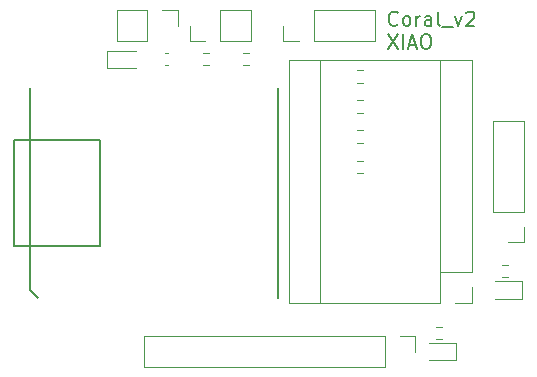
<source format=gbr>
%TF.GenerationSoftware,KiCad,Pcbnew,7.0.5*%
%TF.CreationDate,2023-07-11T15:00:58-04:00*%
%TF.ProjectId,StepperMotor_module_V2_XIAO_RP2040,53746570-7065-4724-9d6f-746f725f6d6f,rev?*%
%TF.SameCoordinates,Original*%
%TF.FileFunction,Legend,Top*%
%TF.FilePolarity,Positive*%
%FSLAX46Y46*%
G04 Gerber Fmt 4.6, Leading zero omitted, Abs format (unit mm)*
G04 Created by KiCad (PCBNEW 7.0.5) date 2023-07-11 15:00:58*
%MOMM*%
%LPD*%
G01*
G04 APERTURE LIST*
%ADD10C,0.200000*%
%ADD11C,0.120000*%
%ADD12C,0.127000*%
G04 APERTURE END LIST*
D10*
X153603006Y-59796457D02*
X153545863Y-59853600D01*
X153545863Y-59853600D02*
X153374435Y-59910742D01*
X153374435Y-59910742D02*
X153260149Y-59910742D01*
X153260149Y-59910742D02*
X153088720Y-59853600D01*
X153088720Y-59853600D02*
X152974435Y-59739314D01*
X152974435Y-59739314D02*
X152917292Y-59625028D01*
X152917292Y-59625028D02*
X152860149Y-59396457D01*
X152860149Y-59396457D02*
X152860149Y-59225028D01*
X152860149Y-59225028D02*
X152917292Y-58996457D01*
X152917292Y-58996457D02*
X152974435Y-58882171D01*
X152974435Y-58882171D02*
X153088720Y-58767885D01*
X153088720Y-58767885D02*
X153260149Y-58710742D01*
X153260149Y-58710742D02*
X153374435Y-58710742D01*
X153374435Y-58710742D02*
X153545863Y-58767885D01*
X153545863Y-58767885D02*
X153603006Y-58825028D01*
X154288720Y-59910742D02*
X154174435Y-59853600D01*
X154174435Y-59853600D02*
X154117292Y-59796457D01*
X154117292Y-59796457D02*
X154060149Y-59682171D01*
X154060149Y-59682171D02*
X154060149Y-59339314D01*
X154060149Y-59339314D02*
X154117292Y-59225028D01*
X154117292Y-59225028D02*
X154174435Y-59167885D01*
X154174435Y-59167885D02*
X154288720Y-59110742D01*
X154288720Y-59110742D02*
X154460149Y-59110742D01*
X154460149Y-59110742D02*
X154574435Y-59167885D01*
X154574435Y-59167885D02*
X154631578Y-59225028D01*
X154631578Y-59225028D02*
X154688720Y-59339314D01*
X154688720Y-59339314D02*
X154688720Y-59682171D01*
X154688720Y-59682171D02*
X154631578Y-59796457D01*
X154631578Y-59796457D02*
X154574435Y-59853600D01*
X154574435Y-59853600D02*
X154460149Y-59910742D01*
X154460149Y-59910742D02*
X154288720Y-59910742D01*
X155203006Y-59910742D02*
X155203006Y-59110742D01*
X155203006Y-59339314D02*
X155260149Y-59225028D01*
X155260149Y-59225028D02*
X155317292Y-59167885D01*
X155317292Y-59167885D02*
X155431577Y-59110742D01*
X155431577Y-59110742D02*
X155545863Y-59110742D01*
X156460149Y-59910742D02*
X156460149Y-59282171D01*
X156460149Y-59282171D02*
X156403006Y-59167885D01*
X156403006Y-59167885D02*
X156288720Y-59110742D01*
X156288720Y-59110742D02*
X156060149Y-59110742D01*
X156060149Y-59110742D02*
X155945863Y-59167885D01*
X156460149Y-59853600D02*
X156345863Y-59910742D01*
X156345863Y-59910742D02*
X156060149Y-59910742D01*
X156060149Y-59910742D02*
X155945863Y-59853600D01*
X155945863Y-59853600D02*
X155888720Y-59739314D01*
X155888720Y-59739314D02*
X155888720Y-59625028D01*
X155888720Y-59625028D02*
X155945863Y-59510742D01*
X155945863Y-59510742D02*
X156060149Y-59453600D01*
X156060149Y-59453600D02*
X156345863Y-59453600D01*
X156345863Y-59453600D02*
X156460149Y-59396457D01*
X157203005Y-59910742D02*
X157088720Y-59853600D01*
X157088720Y-59853600D02*
X157031577Y-59739314D01*
X157031577Y-59739314D02*
X157031577Y-58710742D01*
X157374434Y-60025028D02*
X158288719Y-60025028D01*
X158460148Y-59110742D02*
X158745862Y-59910742D01*
X158745862Y-59910742D02*
X159031577Y-59110742D01*
X159431577Y-58825028D02*
X159488720Y-58767885D01*
X159488720Y-58767885D02*
X159603006Y-58710742D01*
X159603006Y-58710742D02*
X159888720Y-58710742D01*
X159888720Y-58710742D02*
X160003006Y-58767885D01*
X160003006Y-58767885D02*
X160060148Y-58825028D01*
X160060148Y-58825028D02*
X160117291Y-58939314D01*
X160117291Y-58939314D02*
X160117291Y-59053600D01*
X160117291Y-59053600D02*
X160060148Y-59225028D01*
X160060148Y-59225028D02*
X159374434Y-59910742D01*
X159374434Y-59910742D02*
X160117291Y-59910742D01*
X152803006Y-60642742D02*
X153603006Y-61842742D01*
X153603006Y-60642742D02*
X152803006Y-61842742D01*
X154060149Y-61842742D02*
X154060149Y-60642742D01*
X154574435Y-61499885D02*
X155145864Y-61499885D01*
X154460149Y-61842742D02*
X154860149Y-60642742D01*
X154860149Y-60642742D02*
X155260149Y-61842742D01*
X155888720Y-60642742D02*
X156117292Y-60642742D01*
X156117292Y-60642742D02*
X156231577Y-60699885D01*
X156231577Y-60699885D02*
X156345863Y-60814171D01*
X156345863Y-60814171D02*
X156403006Y-61042742D01*
X156403006Y-61042742D02*
X156403006Y-61442742D01*
X156403006Y-61442742D02*
X156345863Y-61671314D01*
X156345863Y-61671314D02*
X156231577Y-61785600D01*
X156231577Y-61785600D02*
X156117292Y-61842742D01*
X156117292Y-61842742D02*
X155888720Y-61842742D01*
X155888720Y-61842742D02*
X155774435Y-61785600D01*
X155774435Y-61785600D02*
X155660149Y-61671314D01*
X155660149Y-61671314D02*
X155603006Y-61442742D01*
X155603006Y-61442742D02*
X155603006Y-61042742D01*
X155603006Y-61042742D02*
X155660149Y-60814171D01*
X155660149Y-60814171D02*
X155774435Y-60699885D01*
X155774435Y-60699885D02*
X155888720Y-60642742D01*
D11*
%TO.C,R11*%
X141054724Y-63272500D02*
X140545276Y-63272500D01*
X141054724Y-62227500D02*
X140545276Y-62227500D01*
%TO.C,J3*%
X143930000Y-61230000D02*
X143930000Y-59900000D01*
X145260000Y-61230000D02*
X143930000Y-61230000D01*
X146530000Y-61230000D02*
X151670000Y-61230000D01*
X146530000Y-61230000D02*
X146530000Y-58570000D01*
X151670000Y-61230000D02*
X151670000Y-58570000D01*
X146530000Y-58570000D02*
X151670000Y-58570000D01*
D12*
%TO.C,U1*%
X143519250Y-82960500D02*
X143519250Y-65160500D01*
X122519250Y-82288959D02*
X123190750Y-82960500D01*
X128447250Y-78564500D02*
X121094250Y-78564500D01*
X121095250Y-78560500D02*
X121095250Y-69565500D01*
X121095250Y-69565500D02*
X128447250Y-69565500D01*
X128447250Y-69565500D02*
X128447250Y-78564500D01*
X122519250Y-65160500D02*
X122519250Y-82288959D01*
D11*
%TO.C,R1*%
X150145276Y-63677500D02*
X150654724Y-63677500D01*
X150145276Y-64722500D02*
X150654724Y-64722500D01*
%TO.C,R12*%
X137161942Y-62227500D02*
X137671390Y-62227500D01*
X137161942Y-63272500D02*
X137671390Y-63272500D01*
%TO.C,J7*%
X136010000Y-61230000D02*
X136010000Y-59900000D01*
X137340000Y-61230000D02*
X136010000Y-61230000D01*
X138610000Y-61230000D02*
X141210000Y-61230000D01*
X138610000Y-61230000D02*
X138610000Y-58570000D01*
X141210000Y-61230000D02*
X141210000Y-58570000D01*
X138610000Y-58570000D02*
X141210000Y-58570000D01*
%TO.C,J5*%
X155105000Y-86170000D02*
X155105000Y-87500000D01*
X153775000Y-86170000D02*
X155105000Y-86170000D01*
X152505000Y-86170000D02*
X132125000Y-86170000D01*
X152505000Y-86170000D02*
X152505000Y-88830000D01*
X132125000Y-86170000D02*
X132125000Y-88830000D01*
X152505000Y-88830000D02*
X132125000Y-88830000D01*
%TO.C,R4*%
X150145276Y-71327500D02*
X150654724Y-71327500D01*
X150145276Y-72372500D02*
X150654724Y-72372500D01*
%TO.C,D1*%
X161850000Y-83018333D02*
X164135000Y-83018333D01*
X164135000Y-81548333D02*
X161850000Y-81548333D01*
X164135000Y-83018333D02*
X164135000Y-81548333D01*
%TO.C,A1*%
X159900000Y-83400000D02*
X159900000Y-82000000D01*
X159900000Y-80730000D02*
X159900000Y-62820000D01*
X159900000Y-62820000D02*
X144400000Y-62820000D01*
X158500000Y-83400000D02*
X159900000Y-83400000D01*
X157230000Y-83400000D02*
X157230000Y-80730000D01*
X157230000Y-80730000D02*
X159900000Y-80730000D01*
X157230000Y-80730000D02*
X157230000Y-62820000D01*
X147070000Y-83400000D02*
X147070000Y-62820000D01*
X144400000Y-83400000D02*
X157230000Y-83400000D01*
X144400000Y-62820000D02*
X144400000Y-83400000D01*
%TO.C,D2*%
X128990000Y-62015000D02*
X128990000Y-63485000D01*
X128990000Y-63485000D02*
X131450000Y-63485000D01*
X131450000Y-62015000D02*
X128990000Y-62015000D01*
%TO.C,J6*%
X135030000Y-58570000D02*
X135030000Y-59900000D01*
X133700000Y-58570000D02*
X135030000Y-58570000D01*
X132430000Y-58570000D02*
X129830000Y-58570000D01*
X132430000Y-58570000D02*
X132430000Y-61230000D01*
X129830000Y-58570000D02*
X129830000Y-61230000D01*
X132430000Y-61230000D02*
X129830000Y-61230000D01*
%TO.C,R10*%
X157377258Y-86439166D02*
X156902742Y-86439166D01*
X157377258Y-85394166D02*
X156902742Y-85394166D01*
%TO.C,R8*%
X162927258Y-80177500D02*
X162452742Y-80177500D01*
X162927258Y-81222500D02*
X162452742Y-81222500D01*
%TO.C,D4*%
X158585000Y-88235000D02*
X158585000Y-86765000D01*
X158585000Y-86765000D02*
X156300000Y-86765000D01*
X156300000Y-88235000D02*
X158585000Y-88235000D01*
%TO.C,C2*%
X134179600Y-63260000D02*
X133887066Y-63260000D01*
X134179600Y-62240000D02*
X133887066Y-62240000D01*
%TO.C,R3*%
X150145276Y-68777500D02*
X150654724Y-68777500D01*
X150145276Y-69822500D02*
X150654724Y-69822500D01*
%TO.C,J4*%
X164320000Y-78250000D02*
X162990000Y-78250000D01*
X164320000Y-76920000D02*
X164320000Y-78250000D01*
X164320000Y-75650000D02*
X164320000Y-67970000D01*
X164320000Y-75650000D02*
X161660000Y-75650000D01*
X164320000Y-67970000D02*
X161660000Y-67970000D01*
X161660000Y-75650000D02*
X161660000Y-67970000D01*
%TO.C,R2*%
X150145276Y-66227500D02*
X150654724Y-66227500D01*
X150145276Y-67272500D02*
X150654724Y-67272500D01*
%TD*%
M02*

</source>
